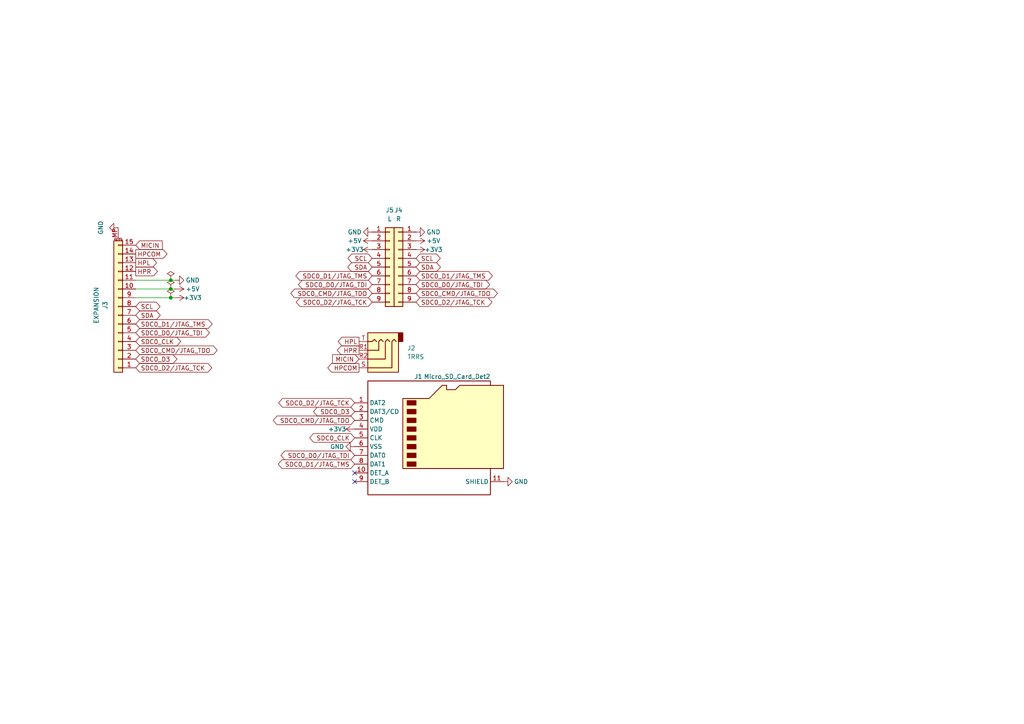
<source format=kicad_sch>
(kicad_sch (version 20250114) (generator "eeschema") (generator_version "9.0")
  (paper "A4")
  (title_block (title "Tux Keychain Expansion") (date "2025-05-24") (rev "1"))
  (lib_symbols
    (symbol "Connector:Micro_SD_Card_Det2"
      (property "Reference" "J" (at -16.51 17.78 0))
      (property "Value" "Micro_SD_Card_Det2" (at 16.51 17.78 0))
      (symbol "Micro_SD_Card_Det2_0_1"
        (polyline (pts (xy -8.89 -8.89) (xy -8.89 11.43) (xy -1.27 11.43) (xy 2.54 15.24) (xy 3.81 15.24) (xy 3.81 13.97) (xy 6.35 13.97) (xy 7.62 15.24) (xy 20.32 15.24) (xy 20.32 -8.89) (xy -8.89 -8.89)) (stroke (width 0.254)) (fill (type background)))
        (rectangle (start -7.62 10.795) (end -5.08 9.525) (stroke (width 0.254)) (fill (type outline)))
        (rectangle (start -7.62 8.255) (end -5.08 6.985) (stroke (width 0.254)) (fill (type outline)))
        (rectangle (start -7.62 5.715) (end -5.08 4.445) (stroke (width 0.254)) (fill (type outline)))
        (rectangle (start -7.62 3.175) (end -5.08 1.905) (stroke (width 0.254)) (fill (type outline)))
        (rectangle (start -7.62 0.635) (end -5.08 -0.635) (stroke (width 0.254)) (fill (type outline)))
        (rectangle (start -7.62 -1.905) (end -5.08 -3.175) (stroke (width 0.254)) (fill (type outline)))
        (rectangle (start -7.62 -4.445) (end -5.08 -5.715) (stroke (width 0.254)) (fill (type outline)))
        (rectangle (start -7.62 -6.985) (end -5.08 -8.255) (stroke (width 0.254)) (fill (type outline)))
        (polyline (pts (xy 16.51 15.24) (xy 16.51 16.51) (xy -19.05 16.51) (xy -19.05 -16.51) (xy 16.51 -16.51) (xy 16.51 -8.89)) (stroke (width 0.254)))
      )
      (symbol "Micro_SD_Card_Det2_1_1"
        (pin bidirectional line (at -22.86 10.16 0) (length 3.81) (name "DAT2") (number "1"))
        (pin bidirectional line (at -22.86 7.62 0) (length 3.81) (name "DAT3/CD") (number "2"))
        (pin input line (at -22.86 5.08 0) (length 3.81) (name "CMD") (number "3"))
        (pin power_in line (at -22.86 2.54 0) (length 3.81) (name "VDD") (number "4"))
        (pin input line (at -22.86 0 0) (length 3.81) (name "CLK") (number "5"))
        (pin power_in line (at -22.86 -2.54 0) (length 3.81) (name "VSS") (number "6"))
        (pin bidirectional line (at -22.86 -5.08 0) (length 3.81) (name "DAT0") (number "7"))
        (pin bidirectional line (at -22.86 -7.62 0) (length 3.81) (name "DAT1") (number "8"))
        (pin passive line (at -22.86 -10.16 0) (length 3.81) (name "DET_A") (number "10"))
        (pin passive line (at -22.86 -12.7 0) (length 3.81) (name "DET_B") (number "9"))
        (pin passive line (at 20.32 -12.7 180) (length 3.81) (name "SHIELD") (number "11"))
      )
    )
    (symbol "Connector_Audio:AudioJack4"
      (property "Reference" "J" (at 0 8.89 0))
      (property "Value" "AudioJack4" (at 0 6.35 0))
      (symbol "AudioJack4_0_1"
        (rectangle (start -6.35 -5.08) (end -7.62 -7.62) (stroke (width 0.254)) (fill (type outline)))
        (polyline (pts (xy -5.715 -5.08) (xy -5.08 -5.715) (xy -4.445 -5.08) (xy -4.445 2.54) (xy 2.54 2.54)) (stroke (width 0.254)))
        (polyline (pts (xy -1.905 -5.08) (xy -1.27 -5.715) (xy -0.635 -5.08) (xy -0.635 -2.54) (xy 2.54 -2.54)) (stroke (width 0.254)))
        (polyline (pts (xy 0 -5.08) (xy 0.635 -5.715) (xy 1.27 -5.08) (xy 2.54 -5.08)) (stroke (width 0.254)))
        (rectangle (start 2.54 3.81) (end -6.35 -7.62) (stroke (width 0.254)) (fill (type background)))
        (polyline (pts (xy 2.54 0) (xy -2.54 0) (xy -2.54 -5.08) (xy -3.175 -5.715) (xy -3.81 -5.08)) (stroke (width 0.254)))
      )
      (symbol "AudioJack4_1_1"
        (pin passive line (at 5.08 2.54 180) (length 2.54) (name "~") (number "S"))
        (pin passive line (at 5.08 0 180) (length 2.54) (name "~") (number "R2"))
        (pin passive line (at 5.08 -2.54 180) (length 2.54) (name "~") (number "R1"))
        (pin passive line (at 5.08 -5.08 180) (length 2.54) (name "~") (number "T"))
      )
    )
    (symbol "Connector_Generic:Conn_01x09" (pin_names (offset 1.016) (hide yes))
      (property "Reference" "J" (at 0 12.7 0))
      (property "Value" "Conn_01x09" (at 0 -12.7 0))
      (symbol "Conn_01x09_1_1"
        (rectangle (start -1.27 11.43) (end 1.27 -11.43) (stroke (width 0.254)) (fill (type background)))
        (rectangle (start -1.27 10.287) (end 0 10.033) (stroke (width 0.1524)))
        (rectangle (start -1.27 7.747) (end 0 7.493) (stroke (width 0.1524)))
        (rectangle (start -1.27 5.207) (end 0 4.953) (stroke (width 0.1524)))
        (rectangle (start -1.27 2.667) (end 0 2.413) (stroke (width 0.1524)))
        (rectangle (start -1.27 0.127) (end 0 -0.127) (stroke (width 0.1524)))
        (rectangle (start -1.27 -2.413) (end 0 -2.667) (stroke (width 0.1524)))
        (rectangle (start -1.27 -4.953) (end 0 -5.207) (stroke (width 0.1524)))
        (rectangle (start -1.27 -7.493) (end 0 -7.747) (stroke (width 0.1524)))
        (rectangle (start -1.27 -10.033) (end 0 -10.287) (stroke (width 0.1524)))
        (pin passive line (at -5.08 10.16 0) (length 3.81) (name "Pin_1") (number "1"))
        (pin passive line (at -5.08 7.62 0) (length 3.81) (name "Pin_2") (number "2"))
        (pin passive line (at -5.08 5.08 0) (length 3.81) (name "Pin_3") (number "3"))
        (pin passive line (at -5.08 2.54 0) (length 3.81) (name "Pin_4") (number "4"))
        (pin passive line (at -5.08 0 0) (length 3.81) (name "Pin_5") (number "5"))
        (pin passive line (at -5.08 -2.54 0) (length 3.81) (name "Pin_6") (number "6"))
        (pin passive line (at -5.08 -5.08 0) (length 3.81) (name "Pin_7") (number "7"))
        (pin passive line (at -5.08 -7.62 0) (length 3.81) (name "Pin_8") (number "8"))
        (pin passive line (at -5.08 -10.16 0) (length 3.81) (name "Pin_9") (number "9"))
      )
    )
    (symbol "Connector_Generic_MountingPin:Conn_01x15_MountingPin" (pin_names (offset 1.016) (hide yes))
      (property "Reference" "J" (at 0 20.32 0))
      (property "Value" "Conn_01x15_MountingPin" (at 1.27 -20.32 0))
      (symbol "Conn_01x15_MountingPin_1_1"
        (rectangle (start -1.27 19.05) (end 1.27 -19.05) (stroke (width 0.254)) (fill (type background)))
        (rectangle (start -1.27 17.907) (end 0 17.653) (stroke (width 0.1524)))
        (rectangle (start -1.27 15.367) (end 0 15.113) (stroke (width 0.1524)))
        (rectangle (start -1.27 12.827) (end 0 12.573) (stroke (width 0.1524)))
        (rectangle (start -1.27 10.287) (end 0 10.033) (stroke (width 0.1524)))
        (rectangle (start -1.27 7.747) (end 0 7.493) (stroke (width 0.1524)))
        (rectangle (start -1.27 5.207) (end 0 4.953) (stroke (width 0.1524)))
        (rectangle (start -1.27 2.667) (end 0 2.413) (stroke (width 0.1524)))
        (rectangle (start -1.27 0.127) (end 0 -0.127) (stroke (width 0.1524)))
        (rectangle (start -1.27 -2.413) (end 0 -2.667) (stroke (width 0.1524)))
        (rectangle (start -1.27 -4.953) (end 0 -5.207) (stroke (width 0.1524)))
        (rectangle (start -1.27 -7.493) (end 0 -7.747) (stroke (width 0.1524)))
        (rectangle (start -1.27 -10.033) (end 0 -10.287) (stroke (width 0.1524)))
        (rectangle (start -1.27 -12.573) (end 0 -12.827) (stroke (width 0.1524)))
        (rectangle (start -1.27 -15.113) (end 0 -15.367) (stroke (width 0.1524)))
        (rectangle (start -1.27 -17.653) (end 0 -17.907) (stroke (width 0.1524)))
        (polyline (pts (xy -1.016 -19.812) (xy 1.016 -19.812)) (stroke (width 0.1524)))
        (text "Mounting" (at 0 -19.431 0) (effects (font (size 0.381 0.381))))
        (pin passive line (at -5.08 17.78 0) (length 3.81) (name "Pin_1") (number "1"))
        (pin passive line (at -5.08 15.24 0) (length 3.81) (name "Pin_2") (number "2"))
        (pin passive line (at -5.08 12.7 0) (length 3.81) (name "Pin_3") (number "3"))
        (pin passive line (at -5.08 10.16 0) (length 3.81) (name "Pin_4") (number "4"))
        (pin passive line (at -5.08 7.62 0) (length 3.81) (name "Pin_5") (number "5"))
        (pin passive line (at -5.08 5.08 0) (length 3.81) (name "Pin_6") (number "6"))
        (pin passive line (at -5.08 2.54 0) (length 3.81) (name "Pin_7") (number "7"))
        (pin passive line (at -5.08 0 0) (length 3.81) (name "Pin_8") (number "8"))
        (pin passive line (at -5.08 -2.54 0) (length 3.81) (name "Pin_9") (number "9"))
        (pin passive line (at -5.08 -5.08 0) (length 3.81) (name "Pin_10") (number "10"))
        (pin passive line (at -5.08 -7.62 0) (length 3.81) (name "Pin_11") (number "11"))
        (pin passive line (at -5.08 -10.16 0) (length 3.81) (name "Pin_12") (number "12"))
        (pin passive line (at -5.08 -12.7 0) (length 3.81) (name "Pin_13") (number "13"))
        (pin passive line (at -5.08 -15.24 0) (length 3.81) (name "Pin_14") (number "14"))
        (pin passive line (at -5.08 -17.78 0) (length 3.81) (name "Pin_15") (number "15"))
        (pin passive line (at 0 -22.86 90) (length 3.048) (name "MountPin") (number "MP"))
      )
    )
    (symbol "power:+3V3" (power) (pin_numbers (hide yes)) (pin_names (offset 0) (hide yes))
      (property "Value" "+3V3" (at 0 3.556 0))
      (symbol "+3V3_0_1"
        (polyline (pts (xy -0.762 1.27) (xy 0 2.54)))
        (polyline (pts (xy 0 2.54) (xy 0.762 1.27)))
        (polyline (pts (xy 0 0) (xy 0 2.54)))
      )
      (symbol "+3V3_1_1"
        (pin power_in line (at 0 0 90) (length 0) (name "~") (number "1"))
      )
    )
    (symbol "power:+5V" (power) (pin_numbers (hide yes)) (pin_names (offset 0) (hide yes))
      (property "Value" "+5V" (at 0 3.556 0))
      (symbol "+5V_0_1"
        (polyline (pts (xy -0.762 1.27) (xy 0 2.54)))
        (polyline (pts (xy 0 2.54) (xy 0.762 1.27)))
        (polyline (pts (xy 0 0) (xy 0 2.54)))
      )
      (symbol "+5V_1_1"
        (pin power_in line (at 0 0 90) (length 0) (name "~") (number "1"))
      )
    )
    (symbol "power:GND" (power) (pin_numbers (hide yes)) (pin_names (offset 0) (hide yes))
      (property "Value" "GND" (at 0 -3.81 0))
      (symbol "GND_0_1"
        (polyline (pts (xy 0 0) (xy 0 -1.27) (xy 1.27 -1.27) (xy 0 -2.54) (xy -1.27 -1.27) (xy 0 -1.27)))
      )
      (symbol "GND_1_1"
        (pin power_in line (at 0 0 270) (length 0) (name "~") (number "1"))
      )
    )
    (symbol "power:PWR_FLAG" (power) (pin_numbers (hide yes)) (pin_names (offset 0) (hide yes))
      (property "Value" "PWR_FLAG" (at 0 3.81 0))
      (symbol "PWR_FLAG_0_0"
        (pin power_out line (at 0 0 90) (length 0) (name "~") (number "1"))
      )
      (symbol "PWR_FLAG_0_1"
        (polyline (pts (xy 0 0) (xy 0 1.27) (xy -1.016 1.905) (xy 0 2.54) (xy 1.016 1.905) (xy 0 1.27)))
      )
    )
  )
  (junction (at 49.53 86.36))
  (junction (at 49.53 81.28))
  (junction (at 49.53 83.82))
  (no_connect (at 102.87 137.16))
  (no_connect (at 102.87 139.7))
  (wire (pts (xy 49.53 86.36) (xy 39.37 86.36)))
  (wire (pts (xy 50.8 86.36) (xy 49.53 86.36)))
  (wire (pts (xy 50.8 81.28) (xy 49.53 81.28)))
  (wire (pts (xy 49.53 81.28) (xy 39.37 81.28)))
  (wire (pts (xy 49.53 83.82) (xy 39.37 83.82)))
  (wire (pts (xy 50.8 83.82) (xy 49.53 83.82)))
  (global_label "SDC0_D2{slash}JTAG_TCK" (shape bidirectional) (at 102.87 116.84 180) (property "Intersheetrefs" "${INTERSHEET_REFS}" (effects (hide yes))))
  (global_label "SDC0_CMD{slash}JTAG_TDO" (shape bidirectional) (at 120.65 85.09 0) (property "Intersheetrefs" "${INTERSHEET_REFS}" (effects (hide yes))))
  (global_label "SCL" (shape bidirectional) (at 107.95 74.93 180) (property "Intersheetrefs" "${INTERSHEET_REFS}" (effects (hide yes))))
  (global_label "HPR" (shape output) (at 39.37 78.74 0) (property "Intersheetrefs" "${INTERSHEET_REFS}" (effects (hide yes))))
  (global_label "MICIN" (shape input) (at 39.37 71.12 0) (property "Intersheetrefs" "${INTERSHEET_REFS}" (effects (hide yes))))
  (global_label "SDC0_CMD{slash}JTAG_TDO" (shape bidirectional) (at 107.95 85.09 180) (property "Intersheetrefs" "${INTERSHEET_REFS}" (effects (hide yes))))
  (global_label "SDC0_CLK" (shape bidirectional) (at 102.87 127 180) (property "Intersheetrefs" "${INTERSHEET_REFS}" (effects (hide yes))))
  (global_label "HPL" (shape output) (at 104.14 99.06 180) (property "Intersheetrefs" "${INTERSHEET_REFS}" (effects (hide yes))))
  (global_label "SDC0_D3" (shape bidirectional) (at 39.37 104.14 0) (property "Intersheetrefs" "${INTERSHEET_REFS}" (effects (hide yes))))
  (global_label "SDC0_D0{slash}JTAG_TDI" (shape bidirectional) (at 107.95 82.55 180) (property "Intersheetrefs" "${INTERSHEET_REFS}" (effects (hide yes))))
  (global_label "SDA" (shape bidirectional) (at 107.95 77.47 180) (property "Intersheetrefs" "${INTERSHEET_REFS}" (effects (hide yes))))
  (global_label "HPCOM" (shape output) (at 39.37 73.66 0) (property "Intersheetrefs" "${INTERSHEET_REFS}" (effects (hide yes))))
  (global_label "SDA" (shape bidirectional) (at 120.65 77.47 0) (property "Intersheetrefs" "${INTERSHEET_REFS}" (effects (hide yes))))
  (global_label "SDC0_D1{slash}JTAG_TMS" (shape bidirectional) (at 107.95 80.01 180) (property "Intersheetrefs" "${INTERSHEET_REFS}" (effects (hide yes))))
  (global_label "MICIN" (shape input) (at 104.14 104.14 180) (property "Intersheetrefs" "${INTERSHEET_REFS}" (effects (hide yes))))
  (global_label "SDC0_D3" (shape bidirectional) (at 102.87 119.38 180) (property "Intersheetrefs" "${INTERSHEET_REFS}" (effects (hide yes))))
  (global_label "SDC0_CLK" (shape bidirectional) (at 39.37 99.06 0) (property "Intersheetrefs" "${INTERSHEET_REFS}" (effects (hide yes))))
  (global_label "SDC0_CMD{slash}JTAG_TDO" (shape bidirectional) (at 102.87 121.92 180) (property "Intersheetrefs" "${INTERSHEET_REFS}" (effects (hide yes))))
  (global_label "SCL" (shape bidirectional) (at 120.65 74.93 0) (property "Intersheetrefs" "${INTERSHEET_REFS}" (effects (hide yes))))
  (global_label "SDC0_D0{slash}JTAG_TDI" (shape bidirectional) (at 39.37 96.52 0) (property "Intersheetrefs" "${INTERSHEET_REFS}" (effects (hide yes))))
  (global_label "SDC0_D1{slash}JTAG_TMS" (shape bidirectional) (at 39.37 93.98 0) (property "Intersheetrefs" "${INTERSHEET_REFS}" (effects (hide yes))))
  (global_label "SDC0_CMD{slash}JTAG_TDO" (shape bidirectional) (at 39.37 101.6 0) (property "Intersheetrefs" "${INTERSHEET_REFS}" (effects (hide yes))))
  (global_label "SDA" (shape bidirectional) (at 39.37 91.44 0) (property "Intersheetrefs" "${INTERSHEET_REFS}" (effects (hide yes))))
  (global_label "SCL" (shape bidirectional) (at 39.37 88.9 0) (property "Intersheetrefs" "${INTERSHEET_REFS}" (effects (hide yes))))
  (global_label "SDC0_D0{slash}JTAG_TDI" (shape bidirectional) (at 102.87 132.08 180) (property "Intersheetrefs" "${INTERSHEET_REFS}" (effects (hide yes))))
  (global_label "SDC0_D1{slash}JTAG_TMS" (shape bidirectional) (at 120.65 80.01 0) (property "Intersheetrefs" "${INTERSHEET_REFS}" (effects (hide yes))))
  (global_label "HPR" (shape output) (at 104.14 101.6 180) (property "Intersheetrefs" "${INTERSHEET_REFS}" (effects (hide yes))))
  (global_label "SDC0_D2{slash}JTAG_TCK" (shape bidirectional) (at 39.37 106.68 0) (property "Intersheetrefs" "${INTERSHEET_REFS}" (effects (hide yes))))
  (global_label "HPCOM" (shape output) (at 104.14 106.68 180) (property "Intersheetrefs" "${INTERSHEET_REFS}" (effects (hide yes))))
  (global_label "SDC0_D2{slash}JTAG_TCK" (shape bidirectional) (at 107.95 87.63 180) (property "Intersheetrefs" "${INTERSHEET_REFS}" (effects (hide yes))))
  (global_label "SDC0_D1{slash}JTAG_TMS" (shape bidirectional) (at 102.87 134.62 180) (property "Intersheetrefs" "${INTERSHEET_REFS}" (effects (hide yes))))
  (global_label "SDC0_D0{slash}JTAG_TDI" (shape bidirectional) (at 120.65 82.55 0) (property "Intersheetrefs" "${INTERSHEET_REFS}" (effects (hide yes))))
  (global_label "SDC0_D2{slash}JTAG_TCK" (shape bidirectional) (at 120.65 87.63 0) (property "Intersheetrefs" "${INTERSHEET_REFS}" (effects (hide yes))))
  (global_label "HPL" (shape output) (at 39.37 76.2 0) (property "Intersheetrefs" "${INTERSHEET_REFS}" (effects (hide yes))))
  (symbol (lib_id "Connector_Generic_MountingPin:Conn_01x15_MountingPin") (at 34.29 88.9 180) (unit 1)
    (property "Reference" "J3" (at 30.48 88.5444 90))
    (property "Value" "EXPANSION" (at 27.94 88.5444 90))
    (property "Footprint" "tuxkeychain:FFC_1x15_P0.5mm" (effects (hide yes)))
    (property "Description" "Generic connectable mounting pin connector, single row, 01x15, script generated (kicad-library-utils/schlib/autogen/connector/)" (effects (hide yes)))
  )
  (symbol (lib_id "power:GND") (at 146.05 139.7 90) (unit 1)
    (property "Reference" "#PWR03" (effects (hide yes)))
    (property "Value" "GND" (at 151.13 139.7 90))
    (property "Description" "Power symbol creates a global label with name \"GND\" , ground" (effects (hide yes)))
  )
  (symbol (lib_id "power:GND") (at 120.65 67.31 90) (unit 1)
    (property "Reference" "#PWR04" (effects (hide yes)))
    (property "Value" "GND" (at 125.73 67.31 90))
    (property "Description" "Power symbol creates a global label with name \"GND\" , ground" (effects (hide yes)))
  )
  (symbol (lib_id "Connector_Generic:Conn_01x09") (at 115.57 77.47 0) (mirror y) (unit 1)
    (property "Reference" "J4" (at 115.57 60.96 0))
    (property "Value" "R" (at 115.57 63.5 0))
    (property "Footprint" "Connector_PinHeader_2.54mm:PinHeader_1x09_P2.54mm_Vertical" (effects (hide yes)))
    (property "Description" "Generic connector, single row, 01x09, script generated (kicad-library-utils/schlib/autogen/connector/)" (effects (hide yes)))
  )
  (symbol (lib_id "power:+3V3") (at 102.87 124.46 90) (unit 1)
    (property "Reference" "#PWR01" (effects (hide yes)))
    (property "Value" "+3V3" (at 97.79 124.46 90))
    (property "Description" "Power symbol creates a global label with name \"+3V3\"" (effects (hide yes)))
  )
  (symbol (lib_id "power:GND") (at 107.95 67.31 270) (mirror x) (unit 1)
    (property "Reference" "#PWR07" (effects (hide yes)))
    (property "Value" "GND" (at 102.87 67.31 90))
    (property "Description" "Power symbol creates a global label with name \"GND\" , ground" (effects (hide yes)))
  )
  (symbol (lib_id "power:+5V") (at 120.65 69.85 270) (unit 1)
    (property "Reference" "#PWR05" (effects (hide yes)))
    (property "Value" "+5V" (at 125.73 69.85 90))
    (property "Description" "Power symbol creates a global label with name \"+5V\"" (effects (hide yes)))
  )
  (symbol (lib_id "power:GND") (at 34.29 66.04 270) (unit 1)
    (property "Reference" "#PWR046" (effects (hide yes)))
    (property "Value" "GND" (at 29.21 66.04 0))
    (property "Description" "Power symbol creates a global label with name \"GND\" , ground" (effects (hide yes)))
  )
  (symbol (lib_id "Connector_Audio:AudioJack4") (at 109.22 104.14 180) (unit 1)
    (property "Reference" "J2" (at 118.11 100.9649 0) (effects (justify right)))
    (property "Value" "TRRS" (at 118.11 103.5049 0) (effects (justify right)))
    (property "Footprint" "Connector_Audio:Jack_3.5mm_KoreanHropartsElec_PJ-320D-4A_Horizontal" (effects (hide yes)))
    (property "Description" "Audio Jack, 4 Poles (TRRS)" (effects (hide yes)))
  )
  (symbol (lib_id "power:PWR_FLAG") (at 49.53 86.36 0) (unit 1)
    (property "Reference" "#FLG03" (effects (hide yes)))
    (property "Value" "PWR_FLAG" (effects (hide yes)))
    (property "Description" "Special symbol for telling ERC where power comes from" (effects (hide yes)))
  )
  (symbol (lib_id "power:+3V3") (at 107.95 72.39 90) (mirror x) (unit 1)
    (property "Reference" "#PWR09" (effects (hide yes)))
    (property "Value" "+3V3" (at 102.87 72.39 90))
    (property "Description" "Power symbol creates a global label with name \"+3V3\"" (effects (hide yes)))
  )
  (symbol (lib_id "power:PWR_FLAG") (at 49.53 81.28 0) (unit 1)
    (property "Reference" "#FLG01" (effects (hide yes)))
    (property "Value" "PWR_FLAG" (effects (hide yes)))
    (property "Description" "Special symbol for telling ERC where power comes from" (effects (hide yes)))
  )
  (symbol (lib_id "power:+5V") (at 107.95 69.85 90) (mirror x) (unit 1)
    (property "Reference" "#PWR08" (effects (hide yes)))
    (property "Value" "+5V" (at 102.87 69.85 90))
    (property "Description" "Power symbol creates a global label with name \"+5V\"" (effects (hide yes)))
  )
  (symbol (lib_id "power:PWR_FLAG") (at 49.53 83.82 0) (unit 1)
    (property "Reference" "#FLG02" (effects (hide yes)))
    (property "Value" "PWR_FLAG" (effects (hide yes)))
    (property "Description" "Special symbol for telling ERC where power comes from" (effects (hide yes)))
  )
  (symbol (lib_id "Connector:Micro_SD_Card_Det2") (at 125.73 127 0) (unit 1)
    (property "Reference" "J1" (at 122.555 109.22 0) (effects (justify right)))
    (property "Value" "Micro_SD_Card_Det2" (at 142.24 109.22 0) (effects (justify right)))
    (property "Footprint" "Connector_Card:microSD_HC_Molex_104031-0811" (effects (hide yes)))
    (property "Datasheet" "https://www.hirose.com/en/product/document?clcode=&productname=&series=DM3&documenttype=Catalog&lang=en&documentid=D49662_en" (effects (hide yes)))
    (property "Description" "Micro SD Card Socket with two card detection pins" (effects (hide yes)))
  )
  (symbol (lib_id "power:+3V3") (at 120.65 72.39 270) (unit 1)
    (property "Reference" "#PWR06" (effects (hide yes)))
    (property "Value" "+3V3" (at 125.73 72.39 90))
    (property "Description" "Power symbol creates a global label with name \"+3V3\"" (effects (hide yes)))
  )
  (symbol (lib_id "power:GND") (at 102.87 129.54 270) (unit 1)
    (property "Reference" "#PWR02" (effects (hide yes)))
    (property "Value" "GND" (at 97.79 129.54 90))
    (property "Description" "Power symbol creates a global label with name \"GND\" , ground" (effects (hide yes)))
  )
  (symbol (lib_id "Connector_Generic:Conn_01x09") (at 113.03 77.47 0) (unit 1)
    (property "Reference" "J5" (at 113.03 60.96 0))
    (property "Value" "L" (at 113.03 63.5 0))
    (property "Footprint" "Connector_PinHeader_2.54mm:PinHeader_1x09_P2.54mm_Vertical" (effects (hide yes)))
    (property "Description" "Generic connector, single row, 01x09, script generated (kicad-library-utils/schlib/autogen/connector/)" (effects (hide yes)))
  )
  (symbol (lib_id "power:GND") (at 50.8 81.28 90) (unit 1)
    (property "Reference" "#PWR047" (effects (hide yes)))
    (property "Value" "GND" (at 55.88 81.28 90))
    (property "Description" "Power symbol creates a global label with name \"GND\" , ground" (effects (hide yes)))
  )
  (symbol (lib_id "power:+3V3") (at 50.8 86.36 270) (unit 1)
    (property "Reference" "#PWR049" (effects (hide yes)))
    (property "Value" "+3V3" (at 55.88 86.36 90))
    (property "Description" "Power symbol creates a global label with name \"+3V3\"" (effects (hide yes)))
  )
  (symbol (lib_id "power:+5V") (at 50.8 83.82 270) (unit 1)
    (property "Reference" "#PWR048" (effects (hide yes)))
    (property "Value" "+5V" (at 55.88 83.82 90))
    (property "Description" "Power symbol creates a global label with name \"+5V\"" (effects (hide yes)))
  )
)
</source>
